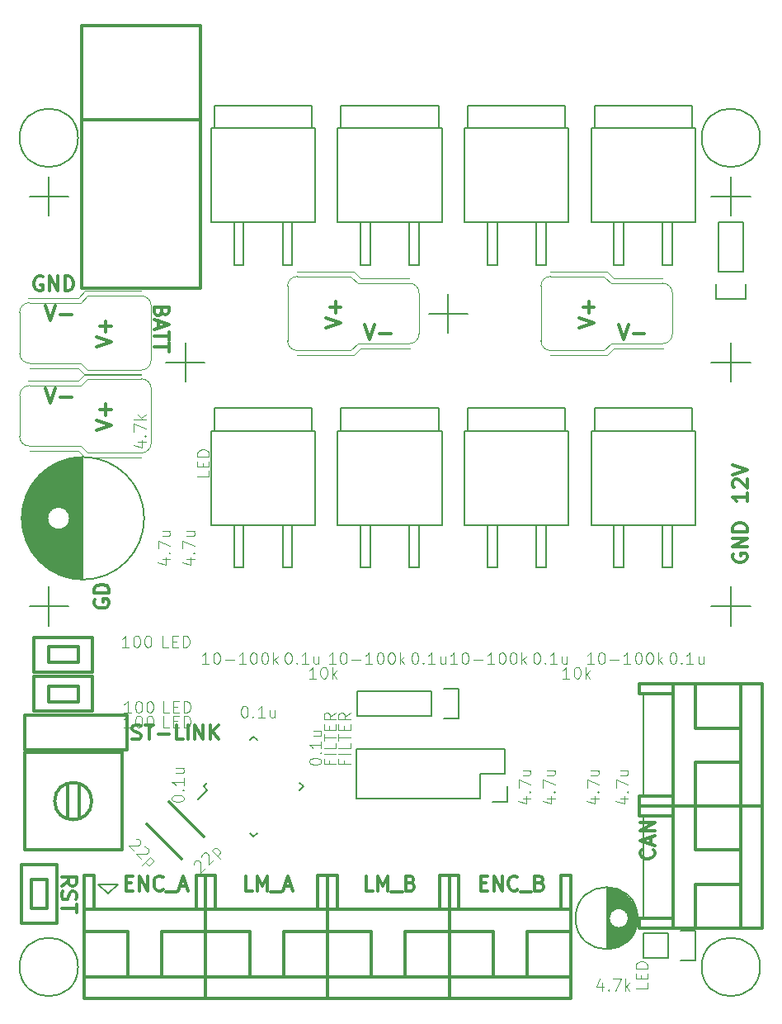
<source format=gbr>
G04 #@! TF.FileFunction,Legend,Top*
%FSLAX46Y46*%
G04 Gerber Fmt 4.6, Leading zero omitted, Abs format (unit mm)*
G04 Created by KiCad (PCBNEW 4.0.5) date 01/02/17 19:42:22*
%MOMM*%
%LPD*%
G01*
G04 APERTURE LIST*
%ADD10C,0.100000*%
%ADD11C,0.300000*%
%ADD12C,0.200000*%
%ADD13C,0.150000*%
%ADD14C,0.101600*%
%ADD15C,0.304800*%
G04 APERTURE END LIST*
D10*
D11*
X14607143Y-22821429D02*
X14535714Y-23035715D01*
X14464286Y-23107143D01*
X14321429Y-23178572D01*
X14107143Y-23178572D01*
X13964286Y-23107143D01*
X13892857Y-23035715D01*
X13821429Y-22892857D01*
X13821429Y-22321429D01*
X15321429Y-22321429D01*
X15321429Y-22821429D01*
X15250000Y-22964286D01*
X15178571Y-23035715D01*
X15035714Y-23107143D01*
X14892857Y-23107143D01*
X14750000Y-23035715D01*
X14678571Y-22964286D01*
X14607143Y-22821429D01*
X14607143Y-22321429D01*
X14250000Y-23750000D02*
X14250000Y-24464286D01*
X13821429Y-23607143D02*
X15321429Y-24107143D01*
X13821429Y-24607143D01*
X15321429Y-24892857D02*
X15321429Y-25750000D01*
X13821429Y-25321429D02*
X15321429Y-25321429D01*
X15321429Y-26035714D02*
X15321429Y-26892857D01*
X13821429Y-26464286D02*
X15321429Y-26464286D01*
X2357143Y-19250000D02*
X2214286Y-19178571D01*
X2000000Y-19178571D01*
X1785715Y-19250000D01*
X1642857Y-19392857D01*
X1571429Y-19535714D01*
X1500000Y-19821429D01*
X1500000Y-20035714D01*
X1571429Y-20321429D01*
X1642857Y-20464286D01*
X1785715Y-20607143D01*
X2000000Y-20678571D01*
X2142857Y-20678571D01*
X2357143Y-20607143D01*
X2428572Y-20535714D01*
X2428572Y-20035714D01*
X2142857Y-20035714D01*
X3071429Y-20678571D02*
X3071429Y-19178571D01*
X3928572Y-20678571D01*
X3928572Y-19178571D01*
X4642858Y-20678571D02*
X4642858Y-19178571D01*
X5000001Y-19178571D01*
X5214286Y-19250000D01*
X5357144Y-19392857D01*
X5428572Y-19535714D01*
X5500001Y-19821429D01*
X5500001Y-20035714D01*
X5428572Y-20321429D01*
X5357144Y-20464286D01*
X5214286Y-20607143D01*
X5000001Y-20678571D01*
X4642858Y-20678571D01*
X74678571Y-41428571D02*
X74678571Y-42285714D01*
X74678571Y-41857142D02*
X73178571Y-41857142D01*
X73392857Y-41999999D01*
X73535714Y-42142857D01*
X73607143Y-42285714D01*
X73321429Y-40857143D02*
X73250000Y-40785714D01*
X73178571Y-40642857D01*
X73178571Y-40285714D01*
X73250000Y-40142857D01*
X73321429Y-40071428D01*
X73464286Y-40000000D01*
X73607143Y-40000000D01*
X73821429Y-40071428D01*
X74678571Y-40928571D01*
X74678571Y-40000000D01*
X73178571Y-39571429D02*
X74678571Y-39071429D01*
X73178571Y-38571429D01*
X73250000Y-47642857D02*
X73178571Y-47785714D01*
X73178571Y-48000000D01*
X73250000Y-48214285D01*
X73392857Y-48357143D01*
X73535714Y-48428571D01*
X73821429Y-48500000D01*
X74035714Y-48500000D01*
X74321429Y-48428571D01*
X74464286Y-48357143D01*
X74607143Y-48214285D01*
X74678571Y-48000000D01*
X74678571Y-47857143D01*
X74607143Y-47642857D01*
X74535714Y-47571428D01*
X74035714Y-47571428D01*
X74035714Y-47857143D01*
X74678571Y-46928571D02*
X73178571Y-46928571D01*
X74678571Y-46071428D01*
X73178571Y-46071428D01*
X74678571Y-45357142D02*
X73178571Y-45357142D01*
X73178571Y-44999999D01*
X73250000Y-44785714D01*
X73392857Y-44642856D01*
X73535714Y-44571428D01*
X73821429Y-44499999D01*
X74035714Y-44499999D01*
X74321429Y-44571428D01*
X74464286Y-44642856D01*
X74607143Y-44785714D01*
X74678571Y-44999999D01*
X74678571Y-45357142D01*
D12*
X73000000Y-26000000D02*
X73000000Y-30000000D01*
X71000000Y-28000000D02*
X75000000Y-28000000D01*
X17000000Y-26000000D02*
X17000000Y-30000000D01*
X15000000Y-28000000D02*
X19000000Y-28000000D01*
X46000000Y-23000000D02*
X42000000Y-23000000D01*
X44000000Y-25000000D02*
X44000000Y-21000000D01*
X5000000Y-11000000D02*
X1000000Y-11000000D01*
X3000000Y-9000000D02*
X3000000Y-13000000D01*
X5000000Y-53000000D02*
X1000000Y-53000000D01*
X3000000Y-51000000D02*
X3000000Y-55000000D01*
X75000000Y-53000000D02*
X71000000Y-53000000D01*
X73000000Y-51000000D02*
X73000000Y-55000000D01*
X73000000Y-9000000D02*
X73000000Y-13000000D01*
X71000000Y-11000000D02*
X75000000Y-11000000D01*
D11*
X65035714Y-77964285D02*
X65107143Y-78035714D01*
X65178571Y-78250000D01*
X65178571Y-78392857D01*
X65107143Y-78607142D01*
X64964286Y-78750000D01*
X64821429Y-78821428D01*
X64535714Y-78892857D01*
X64321429Y-78892857D01*
X64035714Y-78821428D01*
X63892857Y-78750000D01*
X63750000Y-78607142D01*
X63678571Y-78392857D01*
X63678571Y-78250000D01*
X63750000Y-78035714D01*
X63821429Y-77964285D01*
X64750000Y-77392857D02*
X64750000Y-76678571D01*
X65178571Y-77535714D02*
X63678571Y-77035714D01*
X65178571Y-76535714D01*
X65178571Y-76035714D02*
X63678571Y-76035714D01*
X65178571Y-75178571D01*
X63678571Y-75178571D01*
X4321429Y-81678572D02*
X5035714Y-81178572D01*
X4321429Y-80821429D02*
X5821429Y-80821429D01*
X5821429Y-81392857D01*
X5750000Y-81535715D01*
X5678571Y-81607143D01*
X5535714Y-81678572D01*
X5321429Y-81678572D01*
X5178571Y-81607143D01*
X5107143Y-81535715D01*
X5035714Y-81392857D01*
X5035714Y-80821429D01*
X4392857Y-82250000D02*
X4321429Y-82464286D01*
X4321429Y-82821429D01*
X4392857Y-82964286D01*
X4464286Y-83035715D01*
X4607143Y-83107143D01*
X4750000Y-83107143D01*
X4892857Y-83035715D01*
X4964286Y-82964286D01*
X5035714Y-82821429D01*
X5107143Y-82535715D01*
X5178571Y-82392857D01*
X5250000Y-82321429D01*
X5392857Y-82250000D01*
X5535714Y-82250000D01*
X5678571Y-82321429D01*
X5750000Y-82392857D01*
X5821429Y-82535715D01*
X5821429Y-82892857D01*
X5750000Y-83107143D01*
X5821429Y-83535714D02*
X5821429Y-84392857D01*
X4321429Y-83964286D02*
X5821429Y-83964286D01*
X11571428Y-66607143D02*
X11785714Y-66678571D01*
X12142857Y-66678571D01*
X12285714Y-66607143D01*
X12357143Y-66535714D01*
X12428571Y-66392857D01*
X12428571Y-66250000D01*
X12357143Y-66107143D01*
X12285714Y-66035714D01*
X12142857Y-65964286D01*
X11857143Y-65892857D01*
X11714285Y-65821429D01*
X11642857Y-65750000D01*
X11571428Y-65607143D01*
X11571428Y-65464286D01*
X11642857Y-65321429D01*
X11714285Y-65250000D01*
X11857143Y-65178571D01*
X12214285Y-65178571D01*
X12428571Y-65250000D01*
X12857142Y-65178571D02*
X13714285Y-65178571D01*
X13285714Y-66678571D02*
X13285714Y-65178571D01*
X14214285Y-66107143D02*
X15357142Y-66107143D01*
X16785714Y-66678571D02*
X16071428Y-66678571D01*
X16071428Y-65178571D01*
X17285714Y-66678571D02*
X17285714Y-65178571D01*
X18000000Y-66678571D02*
X18000000Y-65178571D01*
X18857143Y-66678571D01*
X18857143Y-65178571D01*
X19571429Y-66678571D02*
X19571429Y-65178571D01*
X20428572Y-66678571D02*
X19785715Y-65821429D01*
X20428572Y-65178571D02*
X19571429Y-66035714D01*
D12*
X64000000Y-74500000D02*
X64000000Y-85000000D01*
X64000000Y-62000000D02*
X64000000Y-72500000D01*
D11*
X7750000Y-52357143D02*
X7678571Y-52500000D01*
X7678571Y-52714286D01*
X7750000Y-52928571D01*
X7892857Y-53071429D01*
X8035714Y-53142857D01*
X8321429Y-53214286D01*
X8535714Y-53214286D01*
X8821429Y-53142857D01*
X8964286Y-53071429D01*
X9107143Y-52928571D01*
X9178571Y-52714286D01*
X9178571Y-52571429D01*
X9107143Y-52357143D01*
X9035714Y-52285714D01*
X8535714Y-52285714D01*
X8535714Y-52571429D01*
X9178571Y-51642857D02*
X7678571Y-51642857D01*
X7678571Y-51285714D01*
X7750000Y-51071429D01*
X7892857Y-50928571D01*
X8035714Y-50857143D01*
X8321429Y-50785714D01*
X8535714Y-50785714D01*
X8821429Y-50857143D01*
X8964286Y-50928571D01*
X9107143Y-51071429D01*
X9178571Y-51285714D01*
X9178571Y-51642857D01*
D12*
X10100000Y-81500000D02*
X8100000Y-81500000D01*
X9100000Y-82500000D02*
X10100000Y-81500000D01*
X8100000Y-81500000D02*
X9100000Y-82500000D01*
D11*
X10928572Y-81392857D02*
X11428572Y-81392857D01*
X11642858Y-82178571D02*
X10928572Y-82178571D01*
X10928572Y-80678571D01*
X11642858Y-80678571D01*
X12285715Y-82178571D02*
X12285715Y-80678571D01*
X13142858Y-82178571D01*
X13142858Y-80678571D01*
X14714287Y-82035714D02*
X14642858Y-82107143D01*
X14428572Y-82178571D01*
X14285715Y-82178571D01*
X14071430Y-82107143D01*
X13928572Y-81964286D01*
X13857144Y-81821429D01*
X13785715Y-81535714D01*
X13785715Y-81321429D01*
X13857144Y-81035714D01*
X13928572Y-80892857D01*
X14071430Y-80750000D01*
X14285715Y-80678571D01*
X14428572Y-80678571D01*
X14642858Y-80750000D01*
X14714287Y-80821429D01*
X15000001Y-82321429D02*
X16142858Y-82321429D01*
X16428572Y-81750000D02*
X17142858Y-81750000D01*
X16285715Y-82178571D02*
X16785715Y-80678571D01*
X17285715Y-82178571D01*
X47321429Y-81392857D02*
X47821429Y-81392857D01*
X48035715Y-82178571D02*
X47321429Y-82178571D01*
X47321429Y-80678571D01*
X48035715Y-80678571D01*
X48678572Y-82178571D02*
X48678572Y-80678571D01*
X49535715Y-82178571D01*
X49535715Y-80678571D01*
X51107144Y-82035714D02*
X51035715Y-82107143D01*
X50821429Y-82178571D01*
X50678572Y-82178571D01*
X50464287Y-82107143D01*
X50321429Y-81964286D01*
X50250001Y-81821429D01*
X50178572Y-81535714D01*
X50178572Y-81321429D01*
X50250001Y-81035714D01*
X50321429Y-80892857D01*
X50464287Y-80750000D01*
X50678572Y-80678571D01*
X50821429Y-80678571D01*
X51035715Y-80750000D01*
X51107144Y-80821429D01*
X51392858Y-82321429D02*
X52535715Y-82321429D01*
X53392858Y-81392857D02*
X53607144Y-81464286D01*
X53678572Y-81535714D01*
X53750001Y-81678571D01*
X53750001Y-81892857D01*
X53678572Y-82035714D01*
X53607144Y-82107143D01*
X53464286Y-82178571D01*
X52892858Y-82178571D01*
X52892858Y-80678571D01*
X53392858Y-80678571D01*
X53535715Y-80750000D01*
X53607144Y-80821429D01*
X53678572Y-80964286D01*
X53678572Y-81107143D01*
X53607144Y-81250000D01*
X53535715Y-81321429D01*
X53392858Y-81392857D01*
X52892858Y-81392857D01*
X36285715Y-82178571D02*
X35571429Y-82178571D01*
X35571429Y-80678571D01*
X36785715Y-82178571D02*
X36785715Y-80678571D01*
X37285715Y-81750000D01*
X37785715Y-80678571D01*
X37785715Y-82178571D01*
X38142858Y-82321429D02*
X39285715Y-82321429D01*
X40142858Y-81392857D02*
X40357144Y-81464286D01*
X40428572Y-81535714D01*
X40500001Y-81678571D01*
X40500001Y-81892857D01*
X40428572Y-82035714D01*
X40357144Y-82107143D01*
X40214286Y-82178571D01*
X39642858Y-82178571D01*
X39642858Y-80678571D01*
X40142858Y-80678571D01*
X40285715Y-80750000D01*
X40357144Y-80821429D01*
X40428572Y-80964286D01*
X40428572Y-81107143D01*
X40357144Y-81250000D01*
X40285715Y-81321429D01*
X40142858Y-81392857D01*
X39642858Y-81392857D01*
X23892858Y-82178571D02*
X23178572Y-82178571D01*
X23178572Y-80678571D01*
X24392858Y-82178571D02*
X24392858Y-80678571D01*
X24892858Y-81750000D01*
X25392858Y-80678571D01*
X25392858Y-82178571D01*
X25750001Y-82321429D02*
X26892858Y-82321429D01*
X27178572Y-81750000D02*
X27892858Y-81750000D01*
X27035715Y-82178571D02*
X27535715Y-80678571D01*
X28035715Y-82178571D01*
D12*
X6000000Y-90000000D02*
G75*
G03X6000000Y-90000000I-3000000J0D01*
G01*
X76000000Y-90000000D02*
G75*
G03X76000000Y-90000000I-3000000J0D01*
G01*
X76000000Y-5000000D02*
G75*
G03X76000000Y-5000000I-3000000J0D01*
G01*
X6000000Y-5000000D02*
G75*
G03X6000000Y-5000000I-3000000J0D01*
G01*
D13*
X6425000Y-50250000D02*
X6425000Y-37750000D01*
X6285000Y-50246000D02*
X6285000Y-37754000D01*
X6145000Y-50240000D02*
X6145000Y-37760000D01*
X6005000Y-50230000D02*
X6005000Y-37770000D01*
X5865000Y-50218000D02*
X5865000Y-37782000D01*
X5725000Y-50202000D02*
X5725000Y-37798000D01*
X5585000Y-50183000D02*
X5585000Y-37817000D01*
X5445000Y-50160000D02*
X5445000Y-37840000D01*
X5305000Y-50135000D02*
X5305000Y-37865000D01*
X5165000Y-50106000D02*
X5165000Y-37894000D01*
X5025000Y-50073000D02*
X5025000Y-44521000D01*
X5025000Y-43479000D02*
X5025000Y-37927000D01*
X4885000Y-50038000D02*
X4885000Y-44734000D01*
X4885000Y-43266000D02*
X4885000Y-37962000D01*
X4745000Y-49999000D02*
X4745000Y-44876000D01*
X4745000Y-43124000D02*
X4745000Y-38001000D01*
X4605000Y-49956000D02*
X4605000Y-44978000D01*
X4605000Y-43022000D02*
X4605000Y-38044000D01*
X4465000Y-49909000D02*
X4465000Y-45052000D01*
X4465000Y-42948000D02*
X4465000Y-38091000D01*
X4325000Y-49859000D02*
X4325000Y-45103000D01*
X4325000Y-42897000D02*
X4325000Y-38141000D01*
X4185000Y-49805000D02*
X4185000Y-45135000D01*
X4185000Y-42865000D02*
X4185000Y-38195000D01*
X4045000Y-49748000D02*
X4045000Y-45149000D01*
X4045000Y-42851000D02*
X4045000Y-38252000D01*
X3905000Y-49686000D02*
X3905000Y-45146000D01*
X3905000Y-42854000D02*
X3905000Y-38314000D01*
X3765000Y-49620000D02*
X3765000Y-45126000D01*
X3765000Y-42874000D02*
X3765000Y-38380000D01*
X3625000Y-49549000D02*
X3625000Y-45087000D01*
X3625000Y-42913000D02*
X3625000Y-38451000D01*
X3485000Y-49475000D02*
X3485000Y-45028000D01*
X3485000Y-42972000D02*
X3485000Y-38525000D01*
X3345000Y-49395000D02*
X3345000Y-44945000D01*
X3345000Y-43055000D02*
X3345000Y-38605000D01*
X3205000Y-49311000D02*
X3205000Y-44831000D01*
X3205000Y-43169000D02*
X3205000Y-38689000D01*
X3065000Y-49221000D02*
X3065000Y-44670000D01*
X3065000Y-43330000D02*
X3065000Y-38779000D01*
X2925000Y-49127000D02*
X2925000Y-44409000D01*
X2925000Y-43591000D02*
X2925000Y-38873000D01*
X2785000Y-49026000D02*
X2785000Y-38974000D01*
X2645000Y-48919000D02*
X2645000Y-39081000D01*
X2505000Y-48807000D02*
X2505000Y-39193000D01*
X2365000Y-48687000D02*
X2365000Y-39313000D01*
X2225000Y-48559000D02*
X2225000Y-39441000D01*
X2085000Y-48424000D02*
X2085000Y-39576000D01*
X1945000Y-48280000D02*
X1945000Y-39720000D01*
X1805000Y-48125000D02*
X1805000Y-39875000D01*
X1665000Y-47960000D02*
X1665000Y-40040000D01*
X1525000Y-47783000D02*
X1525000Y-40217000D01*
X1385000Y-47592000D02*
X1385000Y-40408000D01*
X1245000Y-47383000D02*
X1245000Y-40617000D01*
X1105000Y-47155000D02*
X1105000Y-40845000D01*
X965000Y-46903000D02*
X965000Y-41097000D01*
X825000Y-46619000D02*
X825000Y-41381000D01*
X685000Y-46291000D02*
X685000Y-41709000D01*
X545000Y-45897000D02*
X545000Y-42103000D01*
X405000Y-45383000D02*
X405000Y-42617000D01*
X265000Y-44433000D02*
X265000Y-43567000D01*
X5150000Y-44000000D02*
G75*
G03X5150000Y-44000000I-1150000J0D01*
G01*
X12787500Y-44000000D02*
G75*
G03X12787500Y-44000000I-6287500J0D01*
G01*
X18873476Y-71500000D02*
X19244707Y-71871231D01*
X24000000Y-66373476D02*
X24371231Y-66744707D01*
X29126524Y-71500000D02*
X28755293Y-71128769D01*
X24000000Y-76626524D02*
X23628769Y-76255293D01*
X18873476Y-71500000D02*
X19244707Y-71128769D01*
X24000000Y-76626524D02*
X24371231Y-76255293D01*
X29126524Y-71500000D02*
X28755293Y-71871231D01*
X24000000Y-66373476D02*
X23628769Y-66744707D01*
X19244707Y-71871231D02*
X18272435Y-72843503D01*
X60325000Y-81851000D02*
X60325000Y-88149000D01*
X60465000Y-81857000D02*
X60465000Y-88143000D01*
X60605000Y-81870000D02*
X60605000Y-84554000D01*
X60605000Y-85446000D02*
X60605000Y-88130000D01*
X60745000Y-81889000D02*
X60745000Y-84344000D01*
X60745000Y-85656000D02*
X60745000Y-88111000D01*
X60885000Y-81915000D02*
X60885000Y-84211000D01*
X60885000Y-85789000D02*
X60885000Y-88085000D01*
X61025000Y-81947000D02*
X61025000Y-84120000D01*
X61025000Y-85880000D02*
X61025000Y-88053000D01*
X61165000Y-81986000D02*
X61165000Y-84058000D01*
X61165000Y-85942000D02*
X61165000Y-88014000D01*
X61305000Y-82032000D02*
X61305000Y-84019000D01*
X61305000Y-85981000D02*
X61305000Y-87968000D01*
X61445000Y-82085000D02*
X61445000Y-84002000D01*
X61445000Y-85998000D02*
X61445000Y-87915000D01*
X61585000Y-82147000D02*
X61585000Y-84004000D01*
X61585000Y-85996000D02*
X61585000Y-87853000D01*
X61725000Y-82217000D02*
X61725000Y-84026000D01*
X61725000Y-85974000D02*
X61725000Y-87783000D01*
X61865000Y-82296000D02*
X61865000Y-84069000D01*
X61865000Y-85931000D02*
X61865000Y-87704000D01*
X62005000Y-82384000D02*
X62005000Y-84137000D01*
X62005000Y-85863000D02*
X62005000Y-87616000D01*
X62145000Y-82484000D02*
X62145000Y-84236000D01*
X62145000Y-85764000D02*
X62145000Y-87516000D01*
X62285000Y-82596000D02*
X62285000Y-84381000D01*
X62285000Y-85619000D02*
X62285000Y-87404000D01*
X62425000Y-82721000D02*
X62425000Y-84620000D01*
X62425000Y-85380000D02*
X62425000Y-87279000D01*
X62565000Y-82864000D02*
X62565000Y-87136000D01*
X62705000Y-83026000D02*
X62705000Y-86974000D01*
X62845000Y-83214000D02*
X62845000Y-86786000D01*
X62985000Y-83437000D02*
X62985000Y-86563000D01*
X63125000Y-83713000D02*
X63125000Y-86287000D01*
X63265000Y-84088000D02*
X63265000Y-85912000D01*
X62500000Y-85000000D02*
G75*
G03X62500000Y-85000000I-1000000J0D01*
G01*
X63437500Y-85000000D02*
G75*
G03X63437500Y-85000000I-3187500J0D01*
G01*
X66530000Y-89070000D02*
X63990000Y-89070000D01*
X69350000Y-89350000D02*
X67800000Y-89350000D01*
X66530000Y-89070000D02*
X66530000Y-86530000D01*
X67800000Y-86250000D02*
X69350000Y-86250000D01*
X69350000Y-86250000D02*
X69350000Y-89350000D01*
X66530000Y-86530000D02*
X63990000Y-86530000D01*
X63990000Y-86530000D02*
X63990000Y-89070000D01*
X42230000Y-64270000D02*
X34610000Y-64270000D01*
X42230000Y-61730000D02*
X34610000Y-61730000D01*
X45050000Y-61450000D02*
X43500000Y-61450000D01*
X34610000Y-64270000D02*
X34610000Y-61730000D01*
X42230000Y-61730000D02*
X42230000Y-64270000D01*
X43500000Y-64550000D02*
X45050000Y-64550000D01*
X45050000Y-64550000D02*
X45050000Y-61450000D01*
X32996200Y-4027700D02*
X32996200Y-1665500D01*
X32996200Y-1665500D02*
X43003800Y-1665500D01*
X43003800Y-1665500D02*
X43003800Y-4027700D01*
X40997200Y-18010400D02*
X40997200Y-13679700D01*
X39993900Y-18010400D02*
X40997200Y-18010400D01*
X39993900Y-13679700D02*
X39993900Y-18010400D01*
X35002800Y-13679700D02*
X35002800Y-18010400D01*
X35002800Y-18010400D02*
X36006100Y-18010400D01*
X36006100Y-18010400D02*
X36006100Y-13679700D01*
X32653300Y-4027700D02*
X43346700Y-4027700D01*
X43346700Y-4027700D02*
X43346700Y-13679700D01*
X43346700Y-13679700D02*
X32653300Y-13679700D01*
X32653300Y-13679700D02*
X32653300Y-4027700D01*
X32996200Y-35027700D02*
X32996200Y-32665500D01*
X32996200Y-32665500D02*
X43003800Y-32665500D01*
X43003800Y-32665500D02*
X43003800Y-35027700D01*
X40997200Y-49010400D02*
X40997200Y-44679700D01*
X39993900Y-49010400D02*
X40997200Y-49010400D01*
X39993900Y-44679700D02*
X39993900Y-49010400D01*
X35002800Y-44679700D02*
X35002800Y-49010400D01*
X35002800Y-49010400D02*
X36006100Y-49010400D01*
X36006100Y-49010400D02*
X36006100Y-44679700D01*
X32653300Y-35027700D02*
X43346700Y-35027700D01*
X43346700Y-35027700D02*
X43346700Y-44679700D01*
X43346700Y-44679700D02*
X32653300Y-44679700D01*
X32653300Y-44679700D02*
X32653300Y-35027700D01*
X19996200Y-4027700D02*
X19996200Y-1665500D01*
X19996200Y-1665500D02*
X30003800Y-1665500D01*
X30003800Y-1665500D02*
X30003800Y-4027700D01*
X27997200Y-18010400D02*
X27997200Y-13679700D01*
X26993900Y-18010400D02*
X27997200Y-18010400D01*
X26993900Y-13679700D02*
X26993900Y-18010400D01*
X22002800Y-13679700D02*
X22002800Y-18010400D01*
X22002800Y-18010400D02*
X23006100Y-18010400D01*
X23006100Y-18010400D02*
X23006100Y-13679700D01*
X19653300Y-4027700D02*
X30346700Y-4027700D01*
X30346700Y-4027700D02*
X30346700Y-13679700D01*
X30346700Y-13679700D02*
X19653300Y-13679700D01*
X19653300Y-13679700D02*
X19653300Y-4027700D01*
X19996200Y-35027700D02*
X19996200Y-32665500D01*
X19996200Y-32665500D02*
X30003800Y-32665500D01*
X30003800Y-32665500D02*
X30003800Y-35027700D01*
X27997200Y-49010400D02*
X27997200Y-44679700D01*
X26993900Y-49010400D02*
X27997200Y-49010400D01*
X26993900Y-44679700D02*
X26993900Y-49010400D01*
X22002800Y-44679700D02*
X22002800Y-49010400D01*
X22002800Y-49010400D02*
X23006100Y-49010400D01*
X23006100Y-49010400D02*
X23006100Y-44679700D01*
X19653300Y-35027700D02*
X30346700Y-35027700D01*
X30346700Y-35027700D02*
X30346700Y-44679700D01*
X30346700Y-44679700D02*
X19653300Y-44679700D01*
X19653300Y-44679700D02*
X19653300Y-35027700D01*
X58996200Y-4027700D02*
X58996200Y-1665500D01*
X58996200Y-1665500D02*
X69003800Y-1665500D01*
X69003800Y-1665500D02*
X69003800Y-4027700D01*
X66997200Y-18010400D02*
X66997200Y-13679700D01*
X65993900Y-18010400D02*
X66997200Y-18010400D01*
X65993900Y-13679700D02*
X65993900Y-18010400D01*
X61002800Y-13679700D02*
X61002800Y-18010400D01*
X61002800Y-18010400D02*
X62006100Y-18010400D01*
X62006100Y-18010400D02*
X62006100Y-13679700D01*
X58653300Y-4027700D02*
X69346700Y-4027700D01*
X69346700Y-4027700D02*
X69346700Y-13679700D01*
X69346700Y-13679700D02*
X58653300Y-13679700D01*
X58653300Y-13679700D02*
X58653300Y-4027700D01*
X58996200Y-35027700D02*
X58996200Y-32665500D01*
X58996200Y-32665500D02*
X69003800Y-32665500D01*
X69003800Y-32665500D02*
X69003800Y-35027700D01*
X66997200Y-49010400D02*
X66997200Y-44679700D01*
X65993900Y-49010400D02*
X66997200Y-49010400D01*
X65993900Y-44679700D02*
X65993900Y-49010400D01*
X61002800Y-44679700D02*
X61002800Y-49010400D01*
X61002800Y-49010400D02*
X62006100Y-49010400D01*
X62006100Y-49010400D02*
X62006100Y-44679700D01*
X58653300Y-35027700D02*
X69346700Y-35027700D01*
X69346700Y-35027700D02*
X69346700Y-44679700D01*
X69346700Y-44679700D02*
X58653300Y-44679700D01*
X58653300Y-44679700D02*
X58653300Y-35027700D01*
X45996200Y-4027700D02*
X45996200Y-1665500D01*
X45996200Y-1665500D02*
X56003800Y-1665500D01*
X56003800Y-1665500D02*
X56003800Y-4027700D01*
X53997200Y-18010400D02*
X53997200Y-13679700D01*
X52993900Y-18010400D02*
X53997200Y-18010400D01*
X52993900Y-13679700D02*
X52993900Y-18010400D01*
X48002800Y-13679700D02*
X48002800Y-18010400D01*
X48002800Y-18010400D02*
X49006100Y-18010400D01*
X49006100Y-18010400D02*
X49006100Y-13679700D01*
X45653300Y-4027700D02*
X56346700Y-4027700D01*
X56346700Y-4027700D02*
X56346700Y-13679700D01*
X56346700Y-13679700D02*
X45653300Y-13679700D01*
X45653300Y-13679700D02*
X45653300Y-4027700D01*
X45996200Y-35027700D02*
X45996200Y-32665500D01*
X45996200Y-32665500D02*
X56003800Y-32665500D01*
X56003800Y-32665500D02*
X56003800Y-35027700D01*
X53997200Y-49010400D02*
X53997200Y-44679700D01*
X52993900Y-49010400D02*
X53997200Y-49010400D01*
X52993900Y-44679700D02*
X52993900Y-49010400D01*
X48002800Y-44679700D02*
X48002800Y-49010400D01*
X48002800Y-49010400D02*
X49006100Y-49010400D01*
X49006100Y-49010400D02*
X49006100Y-44679700D01*
X45653300Y-35027700D02*
X56346700Y-35027700D01*
X56346700Y-35027700D02*
X56346700Y-44679700D01*
X56346700Y-44679700D02*
X45653300Y-44679700D01*
X45653300Y-44679700D02*
X45653300Y-35027700D01*
X34530000Y-67690000D02*
X49770000Y-67690000D01*
X47230000Y-72770000D02*
X34530000Y-72770000D01*
X34530000Y-67690000D02*
X34530000Y-72770000D01*
X49770000Y-67690000D02*
X49770000Y-70230000D01*
X48500000Y-73050000D02*
X50050000Y-73050000D01*
X49770000Y-70230000D02*
X47230000Y-70230000D01*
X47230000Y-70230000D02*
X47230000Y-72770000D01*
X50050000Y-73050000D02*
X50050000Y-71500000D01*
X71450000Y-20000000D02*
X71450000Y-21550000D01*
X71450000Y-21550000D02*
X74550000Y-21550000D01*
X74550000Y-21550000D02*
X74550000Y-20000000D01*
X71730000Y-18730000D02*
X71730000Y-13650000D01*
X71730000Y-13650000D02*
X74270000Y-13650000D01*
X74270000Y-13650000D02*
X74270000Y-18730000D01*
X74270000Y-18730000D02*
X71730000Y-18730000D01*
D11*
X2800000Y-84000000D02*
X2800000Y-81000000D01*
X2800000Y-81000000D02*
X1200000Y-81000000D01*
X1200000Y-81000000D02*
X1200000Y-84000000D01*
X1200000Y-84000000D02*
X2800000Y-84000000D01*
X3800000Y-85500000D02*
X3800000Y-79500000D01*
X3800000Y-79500000D02*
X200000Y-79500000D01*
X200000Y-79500000D02*
X200000Y-85500000D01*
X200000Y-85500000D02*
X3800000Y-85500000D01*
X3000000Y-58800000D02*
X6000000Y-58800000D01*
X6000000Y-58800000D02*
X6000000Y-57200000D01*
X6000000Y-57200000D02*
X3000000Y-57200000D01*
X3000000Y-57200000D02*
X3000000Y-58800000D01*
X1500000Y-59800000D02*
X7500000Y-59800000D01*
X7500000Y-59800000D02*
X7500000Y-56200000D01*
X7500000Y-56200000D02*
X1500000Y-56200000D01*
X1500000Y-56200000D02*
X1500000Y-59800000D01*
X3000000Y-62800000D02*
X6000000Y-62800000D01*
X6000000Y-62800000D02*
X6000000Y-61200000D01*
X6000000Y-61200000D02*
X3000000Y-61200000D01*
X3000000Y-61200000D02*
X3000000Y-62800000D01*
X1500000Y-63800000D02*
X7500000Y-63800000D01*
X7500000Y-63800000D02*
X7500000Y-60200000D01*
X7500000Y-60200000D02*
X1500000Y-60200000D01*
X1500000Y-60200000D02*
X1500000Y-63800000D01*
X500000Y-64200000D02*
X11000000Y-64200000D01*
X11000000Y-64200000D02*
X11000000Y-67700000D01*
X11000000Y-67700000D02*
X500000Y-67700000D01*
X500000Y-67700000D02*
X500000Y-64200000D01*
X7400000Y-73000000D02*
G75*
G03X7400000Y-73000000I-1900000J0D01*
G01*
X6100000Y-74800000D02*
X6100000Y-71300000D01*
X4900000Y-74800000D02*
X4900000Y-71200000D01*
X500000Y-78000000D02*
X500000Y-68000000D01*
X500000Y-68000000D02*
X10500000Y-68000000D01*
X10500000Y-68000000D02*
X10500000Y-78000000D01*
X10500000Y-78000000D02*
X500000Y-78000000D01*
X13100862Y-75363604D02*
X16636396Y-78899138D01*
X15363604Y-73100862D02*
X18899138Y-76636396D01*
X19100000Y-93200000D02*
X6600000Y-93200000D01*
X19100000Y-80600000D02*
X19100000Y-93200000D01*
X18100000Y-84100000D02*
X18100000Y-80600000D01*
X18100000Y-80600000D02*
X19100000Y-80600000D01*
X6600000Y-84100000D02*
X19100000Y-84100000D01*
X14600000Y-86400000D02*
X14600000Y-91000000D01*
X14600000Y-86400000D02*
X19100000Y-86400000D01*
X11100000Y-91000000D02*
X11100000Y-86400000D01*
X11100000Y-86400000D02*
X6600000Y-86400000D01*
X6600000Y-91000000D02*
X19100000Y-91000000D01*
X6600000Y-80600000D02*
X6600000Y-93200000D01*
X6600000Y-80600000D02*
X7600000Y-80600000D01*
X7600000Y-80600000D02*
X7600000Y-84100000D01*
X6400000Y-3100000D02*
X18600000Y-3100000D01*
X6400000Y-20400000D02*
X6400000Y6500000D01*
X6400000Y6500000D02*
X18600000Y6500000D01*
X18600000Y6500000D02*
X18600000Y-20400000D01*
X18600000Y-20400000D02*
X6400000Y-20400000D01*
X31600000Y-93200000D02*
X19100000Y-93200000D01*
X31600000Y-80600000D02*
X31600000Y-93200000D01*
X30600000Y-84100000D02*
X30600000Y-80600000D01*
X30600000Y-80600000D02*
X31600000Y-80600000D01*
X19100000Y-84100000D02*
X31600000Y-84100000D01*
X27100000Y-86400000D02*
X27100000Y-91000000D01*
X27100000Y-86400000D02*
X31600000Y-86400000D01*
X23600000Y-91000000D02*
X23600000Y-86400000D01*
X23600000Y-86400000D02*
X19100000Y-86400000D01*
X19100000Y-91000000D02*
X31600000Y-91000000D01*
X19100000Y-80600000D02*
X19100000Y-93200000D01*
X19100000Y-80600000D02*
X20100000Y-80600000D01*
X20100000Y-80600000D02*
X20100000Y-84100000D01*
X44100000Y-93200000D02*
X31600000Y-93200000D01*
X44100000Y-80600000D02*
X44100000Y-93200000D01*
X43100000Y-84100000D02*
X43100000Y-80600000D01*
X43100000Y-80600000D02*
X44100000Y-80600000D01*
X31600000Y-84100000D02*
X44100000Y-84100000D01*
X39600000Y-86400000D02*
X39600000Y-91000000D01*
X39600000Y-86400000D02*
X44100000Y-86400000D01*
X36100000Y-91000000D02*
X36100000Y-86400000D01*
X36100000Y-86400000D02*
X31600000Y-86400000D01*
X31600000Y-91000000D02*
X44100000Y-91000000D01*
X31600000Y-80600000D02*
X31600000Y-93200000D01*
X31600000Y-80600000D02*
X32600000Y-80600000D01*
X32600000Y-80600000D02*
X32600000Y-84100000D01*
X56600000Y-93200000D02*
X44100000Y-93200000D01*
X56600000Y-80600000D02*
X56600000Y-93200000D01*
X55600000Y-84100000D02*
X55600000Y-80600000D01*
X55600000Y-80600000D02*
X56600000Y-80600000D01*
X44100000Y-84100000D02*
X56600000Y-84100000D01*
X52100000Y-86400000D02*
X52100000Y-91000000D01*
X52100000Y-86400000D02*
X56600000Y-86400000D01*
X48600000Y-91000000D02*
X48600000Y-86400000D01*
X48600000Y-86400000D02*
X44100000Y-86400000D01*
X44100000Y-91000000D02*
X56600000Y-91000000D01*
X44100000Y-80600000D02*
X44100000Y-93200000D01*
X44100000Y-80600000D02*
X45100000Y-80600000D01*
X45100000Y-80600000D02*
X45100000Y-84100000D01*
X76200000Y-61000000D02*
X76200000Y-73500000D01*
X63600000Y-61000000D02*
X76200000Y-61000000D01*
X67100000Y-62000000D02*
X63600000Y-62000000D01*
X63600000Y-62000000D02*
X63600000Y-61000000D01*
X67100000Y-73500000D02*
X67100000Y-61000000D01*
X69400000Y-65500000D02*
X74000000Y-65500000D01*
X69400000Y-65500000D02*
X69400000Y-61000000D01*
X74000000Y-69000000D02*
X69400000Y-69000000D01*
X69400000Y-69000000D02*
X69400000Y-73500000D01*
X74000000Y-73500000D02*
X74000000Y-61000000D01*
X63600000Y-73500000D02*
X76200000Y-73500000D01*
X63600000Y-73500000D02*
X63600000Y-72500000D01*
X63600000Y-72500000D02*
X67100000Y-72500000D01*
X76200000Y-73500000D02*
X76200000Y-86000000D01*
X63600000Y-73500000D02*
X76200000Y-73500000D01*
X67100000Y-74500000D02*
X63600000Y-74500000D01*
X63600000Y-74500000D02*
X63600000Y-73500000D01*
X67100000Y-86000000D02*
X67100000Y-73500000D01*
X69400000Y-78000000D02*
X74000000Y-78000000D01*
X69400000Y-78000000D02*
X69400000Y-73500000D01*
X74000000Y-81500000D02*
X69400000Y-81500000D01*
X69400000Y-81500000D02*
X69400000Y-86000000D01*
X74000000Y-86000000D02*
X74000000Y-73500000D01*
X63600000Y-86000000D02*
X76200000Y-86000000D01*
X63600000Y-86000000D02*
X63600000Y-85000000D01*
X63600000Y-85000000D02*
X67100000Y-85000000D01*
D10*
X12500000Y-29300000D02*
X6700000Y-29300000D01*
X1000000Y-28600000D02*
X6000000Y-28600000D01*
X900000Y-21400000D02*
X6000000Y-21400000D01*
X12500000Y-20700000D02*
X6700000Y-20700000D01*
X12500000Y-21200000D02*
X7000000Y-21200000D01*
X13500000Y-27800000D02*
X13500000Y-22200000D01*
X7000000Y-28800000D02*
X12500000Y-28800000D01*
X1000000Y-28100000D02*
X6300000Y-28100000D01*
X1000000Y-21900000D02*
X6300000Y-21900000D01*
X0Y-27100000D02*
X0Y-22900000D01*
X0Y-27100000D02*
G75*
G03X1000000Y-28100000I1000000J0D01*
G01*
X1000000Y-21900000D02*
G75*
G03X0Y-22900000I0J-1000000D01*
G01*
X12500000Y-28800000D02*
G75*
G03X13500000Y-27800000I0J1000000D01*
G01*
X13500000Y-22200000D02*
G75*
G03X12500000Y-21200000I-1000000J0D01*
G01*
X6700000Y-20700000D02*
X6000000Y-21400000D01*
X6700000Y-29300000D02*
X6000000Y-28600000D01*
X7000000Y-28800000D02*
X6300000Y-28100000D01*
X7000000Y-21200000D02*
X6300000Y-21900000D01*
X12500000Y-37800000D02*
X6700000Y-37800000D01*
X1000000Y-37100000D02*
X6000000Y-37100000D01*
X900000Y-29900000D02*
X6000000Y-29900000D01*
X12500000Y-29200000D02*
X6700000Y-29200000D01*
X12500000Y-29700000D02*
X7000000Y-29700000D01*
X13500000Y-36300000D02*
X13500000Y-30700000D01*
X7000000Y-37300000D02*
X12500000Y-37300000D01*
X1000000Y-36600000D02*
X6300000Y-36600000D01*
X1000000Y-30400000D02*
X6300000Y-30400000D01*
X0Y-35600000D02*
X0Y-31400000D01*
X0Y-35600000D02*
G75*
G03X1000000Y-36600000I1000000J0D01*
G01*
X1000000Y-30400000D02*
G75*
G03X0Y-31400000I0J-1000000D01*
G01*
X12500000Y-37300000D02*
G75*
G03X13500000Y-36300000I0J1000000D01*
G01*
X13500000Y-30700000D02*
G75*
G03X12500000Y-29700000I-1000000J0D01*
G01*
X6700000Y-29200000D02*
X6000000Y-29900000D01*
X6700000Y-37800000D02*
X6000000Y-37100000D01*
X7000000Y-37300000D02*
X6300000Y-36600000D01*
X7000000Y-29700000D02*
X6300000Y-30400000D01*
X28500000Y-18700000D02*
X34300000Y-18700000D01*
X40000000Y-19400000D02*
X35000000Y-19400000D01*
X40100000Y-26600000D02*
X35000000Y-26600000D01*
X28500000Y-27300000D02*
X34300000Y-27300000D01*
X28500000Y-26800000D02*
X34000000Y-26800000D01*
X27500000Y-20200000D02*
X27500000Y-25800000D01*
X34000000Y-19200000D02*
X28500000Y-19200000D01*
X40000000Y-19900000D02*
X34700000Y-19900000D01*
X40000000Y-26100000D02*
X34700000Y-26100000D01*
X41000000Y-20900000D02*
X41000000Y-25100000D01*
X41000000Y-20900000D02*
G75*
G03X40000000Y-19900000I-1000000J0D01*
G01*
X40000000Y-26100000D02*
G75*
G03X41000000Y-25100000I0J1000000D01*
G01*
X28500000Y-19200000D02*
G75*
G03X27500000Y-20200000I0J-1000000D01*
G01*
X27500000Y-25800000D02*
G75*
G03X28500000Y-26800000I1000000J0D01*
G01*
X34300000Y-27300000D02*
X35000000Y-26600000D01*
X34300000Y-18700000D02*
X35000000Y-19400000D01*
X34000000Y-19200000D02*
X34700000Y-19900000D01*
X34000000Y-26800000D02*
X34700000Y-26100000D01*
X54500000Y-18700000D02*
X60300000Y-18700000D01*
X66000000Y-19400000D02*
X61000000Y-19400000D01*
X66100000Y-26600000D02*
X61000000Y-26600000D01*
X54500000Y-27300000D02*
X60300000Y-27300000D01*
X54500000Y-26800000D02*
X60000000Y-26800000D01*
X53500000Y-20200000D02*
X53500000Y-25800000D01*
X60000000Y-19200000D02*
X54500000Y-19200000D01*
X66000000Y-19900000D02*
X60700000Y-19900000D01*
X66000000Y-26100000D02*
X60700000Y-26100000D01*
X67000000Y-20900000D02*
X67000000Y-25100000D01*
X67000000Y-20900000D02*
G75*
G03X66000000Y-19900000I-1000000J0D01*
G01*
X66000000Y-26100000D02*
G75*
G03X67000000Y-25100000I0J1000000D01*
G01*
X54500000Y-19200000D02*
G75*
G03X53500000Y-20200000I0J-1000000D01*
G01*
X53500000Y-25800000D02*
G75*
G03X54500000Y-26800000I1000000J0D01*
G01*
X60300000Y-27300000D02*
X61000000Y-26600000D01*
X60300000Y-18700000D02*
X61000000Y-19400000D01*
X60000000Y-19200000D02*
X60700000Y-19900000D01*
X60000000Y-26800000D02*
X60700000Y-26100000D01*
D14*
X19419238Y-58942548D02*
X18729810Y-58942548D01*
X19074524Y-58942548D02*
X19074524Y-57736048D01*
X18959619Y-57908405D01*
X18844714Y-58023310D01*
X18729810Y-58080762D01*
X20166119Y-57736048D02*
X20281024Y-57736048D01*
X20395929Y-57793500D01*
X20453381Y-57850952D01*
X20510834Y-57965857D01*
X20568286Y-58195667D01*
X20568286Y-58482929D01*
X20510834Y-58712738D01*
X20453381Y-58827643D01*
X20395929Y-58885095D01*
X20281024Y-58942548D01*
X20166119Y-58942548D01*
X20051215Y-58885095D01*
X19993762Y-58827643D01*
X19936310Y-58712738D01*
X19878858Y-58482929D01*
X19878858Y-58195667D01*
X19936310Y-57965857D01*
X19993762Y-57850952D01*
X20051215Y-57793500D01*
X20166119Y-57736048D01*
X21085358Y-58482929D02*
X22004596Y-58482929D01*
X23211096Y-58942548D02*
X22521668Y-58942548D01*
X22866382Y-58942548D02*
X22866382Y-57736048D01*
X22751477Y-57908405D01*
X22636572Y-58023310D01*
X22521668Y-58080762D01*
X23957977Y-57736048D02*
X24072882Y-57736048D01*
X24187787Y-57793500D01*
X24245239Y-57850952D01*
X24302692Y-57965857D01*
X24360144Y-58195667D01*
X24360144Y-58482929D01*
X24302692Y-58712738D01*
X24245239Y-58827643D01*
X24187787Y-58885095D01*
X24072882Y-58942548D01*
X23957977Y-58942548D01*
X23843073Y-58885095D01*
X23785620Y-58827643D01*
X23728168Y-58712738D01*
X23670716Y-58482929D01*
X23670716Y-58195667D01*
X23728168Y-57965857D01*
X23785620Y-57850952D01*
X23843073Y-57793500D01*
X23957977Y-57736048D01*
X25107025Y-57736048D02*
X25221930Y-57736048D01*
X25336835Y-57793500D01*
X25394287Y-57850952D01*
X25451740Y-57965857D01*
X25509192Y-58195667D01*
X25509192Y-58482929D01*
X25451740Y-58712738D01*
X25394287Y-58827643D01*
X25336835Y-58885095D01*
X25221930Y-58942548D01*
X25107025Y-58942548D01*
X24992121Y-58885095D01*
X24934668Y-58827643D01*
X24877216Y-58712738D01*
X24819764Y-58482929D01*
X24819764Y-58195667D01*
X24877216Y-57965857D01*
X24934668Y-57850952D01*
X24992121Y-57793500D01*
X25107025Y-57736048D01*
X26026264Y-58942548D02*
X26026264Y-57736048D01*
X26141169Y-58482929D02*
X26485883Y-58942548D01*
X26485883Y-58138214D02*
X26026264Y-58597833D01*
X14638214Y-48195667D02*
X15442548Y-48195667D01*
X14178595Y-48482929D02*
X15040381Y-48770190D01*
X15040381Y-48023310D01*
X15327643Y-47563690D02*
X15385095Y-47506238D01*
X15442548Y-47563690D01*
X15385095Y-47621142D01*
X15327643Y-47563690D01*
X15442548Y-47563690D01*
X14236048Y-47104071D02*
X14236048Y-46299738D01*
X15442548Y-46816809D01*
X14638214Y-45323047D02*
X15442548Y-45323047D01*
X14638214Y-45840118D02*
X15270190Y-45840118D01*
X15385095Y-45782666D01*
X15442548Y-45667761D01*
X15442548Y-45495404D01*
X15385095Y-45380499D01*
X15327643Y-45323047D01*
X17138214Y-48195667D02*
X17942548Y-48195667D01*
X16678595Y-48482929D02*
X17540381Y-48770190D01*
X17540381Y-48023310D01*
X17827643Y-47563690D02*
X17885095Y-47506238D01*
X17942548Y-47563690D01*
X17885095Y-47621142D01*
X17827643Y-47563690D01*
X17942548Y-47563690D01*
X16736048Y-47104071D02*
X16736048Y-46299738D01*
X17942548Y-46816809D01*
X17138214Y-45323047D02*
X17942548Y-45323047D01*
X17138214Y-45840118D02*
X17770190Y-45840118D01*
X17885095Y-45782666D01*
X17942548Y-45667761D01*
X17942548Y-45495404D01*
X17885095Y-45380499D01*
X17827643Y-45323047D01*
X40517071Y-57736048D02*
X40631976Y-57736048D01*
X40746881Y-57793500D01*
X40804333Y-57850952D01*
X40861786Y-57965857D01*
X40919238Y-58195667D01*
X40919238Y-58482929D01*
X40861786Y-58712738D01*
X40804333Y-58827643D01*
X40746881Y-58885095D01*
X40631976Y-58942548D01*
X40517071Y-58942548D01*
X40402167Y-58885095D01*
X40344714Y-58827643D01*
X40287262Y-58712738D01*
X40229810Y-58482929D01*
X40229810Y-58195667D01*
X40287262Y-57965857D01*
X40344714Y-57850952D01*
X40402167Y-57793500D01*
X40517071Y-57736048D01*
X41436310Y-58827643D02*
X41493762Y-58885095D01*
X41436310Y-58942548D01*
X41378858Y-58885095D01*
X41436310Y-58827643D01*
X41436310Y-58942548D01*
X42642810Y-58942548D02*
X41953382Y-58942548D01*
X42298096Y-58942548D02*
X42298096Y-57736048D01*
X42183191Y-57908405D01*
X42068286Y-58023310D01*
X41953382Y-58080762D01*
X43676953Y-58138214D02*
X43676953Y-58942548D01*
X43159882Y-58138214D02*
X43159882Y-58770190D01*
X43217334Y-58885095D01*
X43332239Y-58942548D01*
X43504596Y-58942548D01*
X43619501Y-58885095D01*
X43676953Y-58827643D01*
X11975000Y-76850001D02*
X12056249Y-76850001D01*
X12178124Y-76890626D01*
X12381249Y-77093751D01*
X12421874Y-77215625D01*
X12421874Y-77296875D01*
X12381249Y-77418750D01*
X12299999Y-77500000D01*
X12137499Y-77581250D01*
X11162500Y-77581250D01*
X11690624Y-78109375D01*
X12787499Y-77662500D02*
X12868749Y-77662500D01*
X12990624Y-77703126D01*
X13193749Y-77906251D01*
X13234373Y-78028125D01*
X13234374Y-78109375D01*
X13193749Y-78231250D01*
X13112498Y-78312500D01*
X12949999Y-78393750D01*
X11974999Y-78393750D01*
X12503124Y-78921874D01*
X13437499Y-78718749D02*
X12584375Y-79571874D01*
X13396873Y-78759375D02*
X13518749Y-78800000D01*
X13681249Y-78962499D01*
X13721873Y-79084375D01*
X13721873Y-79165624D01*
X13681249Y-79287499D01*
X13437499Y-79531249D01*
X13315623Y-79571874D01*
X13234374Y-79571874D01*
X13112498Y-79531249D01*
X12949999Y-79368750D01*
X12909374Y-79246874D01*
X17850001Y-79525000D02*
X17850001Y-79443751D01*
X17890626Y-79321876D01*
X18093751Y-79118751D01*
X18215625Y-79078126D01*
X18296875Y-79078126D01*
X18418750Y-79118751D01*
X18500000Y-79200001D01*
X18581250Y-79362501D01*
X18581250Y-80337500D01*
X19109375Y-79809376D01*
X18662500Y-78712501D02*
X18662500Y-78631251D01*
X18703126Y-78509376D01*
X18906251Y-78306251D01*
X19028125Y-78265627D01*
X19109375Y-78265626D01*
X19231250Y-78306251D01*
X19312500Y-78387502D01*
X19393750Y-78550001D01*
X19393750Y-79525001D01*
X19921874Y-78996876D01*
X19718749Y-78062501D02*
X20571874Y-78915625D01*
X19759375Y-78103127D02*
X19800000Y-77981251D01*
X19962499Y-77818751D01*
X20084375Y-77778127D01*
X20165624Y-77778127D01*
X20287499Y-77818751D01*
X20531249Y-78062501D01*
X20571874Y-78184377D01*
X20571874Y-78265626D01*
X20531249Y-78387502D01*
X20368750Y-78550001D01*
X20246874Y-78590626D01*
X23017071Y-63236048D02*
X23131976Y-63236048D01*
X23246881Y-63293500D01*
X23304333Y-63350952D01*
X23361786Y-63465857D01*
X23419238Y-63695667D01*
X23419238Y-63982929D01*
X23361786Y-64212738D01*
X23304333Y-64327643D01*
X23246881Y-64385095D01*
X23131976Y-64442548D01*
X23017071Y-64442548D01*
X22902167Y-64385095D01*
X22844714Y-64327643D01*
X22787262Y-64212738D01*
X22729810Y-63982929D01*
X22729810Y-63695667D01*
X22787262Y-63465857D01*
X22844714Y-63350952D01*
X22902167Y-63293500D01*
X23017071Y-63236048D01*
X23936310Y-64327643D02*
X23993762Y-64385095D01*
X23936310Y-64442548D01*
X23878858Y-64385095D01*
X23936310Y-64327643D01*
X23936310Y-64442548D01*
X25142810Y-64442548D02*
X24453382Y-64442548D01*
X24798096Y-64442548D02*
X24798096Y-63236048D01*
X24683191Y-63408405D01*
X24568286Y-63523310D01*
X24453382Y-63580762D01*
X26176953Y-63638214D02*
X26176953Y-64442548D01*
X25659882Y-63638214D02*
X25659882Y-64270190D01*
X25717334Y-64385095D01*
X25832239Y-64442548D01*
X26004596Y-64442548D01*
X26119501Y-64385095D01*
X26176953Y-64327643D01*
X15636048Y-72782929D02*
X15636048Y-72668024D01*
X15693500Y-72553119D01*
X15750952Y-72495667D01*
X15865857Y-72438214D01*
X16095667Y-72380762D01*
X16382929Y-72380762D01*
X16612738Y-72438214D01*
X16727643Y-72495667D01*
X16785095Y-72553119D01*
X16842548Y-72668024D01*
X16842548Y-72782929D01*
X16785095Y-72897833D01*
X16727643Y-72955286D01*
X16612738Y-73012738D01*
X16382929Y-73070190D01*
X16095667Y-73070190D01*
X15865857Y-73012738D01*
X15750952Y-72955286D01*
X15693500Y-72897833D01*
X15636048Y-72782929D01*
X16727643Y-71863690D02*
X16785095Y-71806238D01*
X16842548Y-71863690D01*
X16785095Y-71921142D01*
X16727643Y-71863690D01*
X16842548Y-71863690D01*
X16842548Y-70657190D02*
X16842548Y-71346618D01*
X16842548Y-71001904D02*
X15636048Y-71001904D01*
X15808405Y-71116809D01*
X15923310Y-71231714D01*
X15980762Y-71346618D01*
X16038214Y-69623047D02*
X16842548Y-69623047D01*
X16038214Y-70140118D02*
X16670190Y-70140118D01*
X16785095Y-70082666D01*
X16842548Y-69967761D01*
X16842548Y-69795404D01*
X16785095Y-69680499D01*
X16727643Y-69623047D01*
X67017071Y-57736048D02*
X67131976Y-57736048D01*
X67246881Y-57793500D01*
X67304333Y-57850952D01*
X67361786Y-57965857D01*
X67419238Y-58195667D01*
X67419238Y-58482929D01*
X67361786Y-58712738D01*
X67304333Y-58827643D01*
X67246881Y-58885095D01*
X67131976Y-58942548D01*
X67017071Y-58942548D01*
X66902167Y-58885095D01*
X66844714Y-58827643D01*
X66787262Y-58712738D01*
X66729810Y-58482929D01*
X66729810Y-58195667D01*
X66787262Y-57965857D01*
X66844714Y-57850952D01*
X66902167Y-57793500D01*
X67017071Y-57736048D01*
X67936310Y-58827643D02*
X67993762Y-58885095D01*
X67936310Y-58942548D01*
X67878858Y-58885095D01*
X67936310Y-58827643D01*
X67936310Y-58942548D01*
X69142810Y-58942548D02*
X68453382Y-58942548D01*
X68798096Y-58942548D02*
X68798096Y-57736048D01*
X68683191Y-57908405D01*
X68568286Y-58023310D01*
X68453382Y-58080762D01*
X70176953Y-58138214D02*
X70176953Y-58942548D01*
X69659882Y-58138214D02*
X69659882Y-58770190D01*
X69717334Y-58885095D01*
X69832239Y-58942548D01*
X70004596Y-58942548D01*
X70119501Y-58885095D01*
X70176953Y-58827643D01*
X53017071Y-57736048D02*
X53131976Y-57736048D01*
X53246881Y-57793500D01*
X53304333Y-57850952D01*
X53361786Y-57965857D01*
X53419238Y-58195667D01*
X53419238Y-58482929D01*
X53361786Y-58712738D01*
X53304333Y-58827643D01*
X53246881Y-58885095D01*
X53131976Y-58942548D01*
X53017071Y-58942548D01*
X52902167Y-58885095D01*
X52844714Y-58827643D01*
X52787262Y-58712738D01*
X52729810Y-58482929D01*
X52729810Y-58195667D01*
X52787262Y-57965857D01*
X52844714Y-57850952D01*
X52902167Y-57793500D01*
X53017071Y-57736048D01*
X53936310Y-58827643D02*
X53993762Y-58885095D01*
X53936310Y-58942548D01*
X53878858Y-58885095D01*
X53936310Y-58827643D01*
X53936310Y-58942548D01*
X55142810Y-58942548D02*
X54453382Y-58942548D01*
X54798096Y-58942548D02*
X54798096Y-57736048D01*
X54683191Y-57908405D01*
X54568286Y-58023310D01*
X54453382Y-58080762D01*
X56176953Y-58138214D02*
X56176953Y-58942548D01*
X55659882Y-58138214D02*
X55659882Y-58770190D01*
X55717334Y-58885095D01*
X55832239Y-58942548D01*
X56004596Y-58942548D01*
X56119501Y-58885095D01*
X56176953Y-58827643D01*
X11419238Y-63942548D02*
X10729810Y-63942548D01*
X11074524Y-63942548D02*
X11074524Y-62736048D01*
X10959619Y-62908405D01*
X10844714Y-63023310D01*
X10729810Y-63080762D01*
X12166119Y-62736048D02*
X12281024Y-62736048D01*
X12395929Y-62793500D01*
X12453381Y-62850952D01*
X12510834Y-62965857D01*
X12568286Y-63195667D01*
X12568286Y-63482929D01*
X12510834Y-63712738D01*
X12453381Y-63827643D01*
X12395929Y-63885095D01*
X12281024Y-63942548D01*
X12166119Y-63942548D01*
X12051215Y-63885095D01*
X11993762Y-63827643D01*
X11936310Y-63712738D01*
X11878858Y-63482929D01*
X11878858Y-63195667D01*
X11936310Y-62965857D01*
X11993762Y-62850952D01*
X12051215Y-62793500D01*
X12166119Y-62736048D01*
X13315167Y-62736048D02*
X13430072Y-62736048D01*
X13544977Y-62793500D01*
X13602429Y-62850952D01*
X13659882Y-62965857D01*
X13717334Y-63195667D01*
X13717334Y-63482929D01*
X13659882Y-63712738D01*
X13602429Y-63827643D01*
X13544977Y-63885095D01*
X13430072Y-63942548D01*
X13315167Y-63942548D01*
X13200263Y-63885095D01*
X13142810Y-63827643D01*
X13085358Y-63712738D01*
X13027906Y-63482929D01*
X13027906Y-63195667D01*
X13085358Y-62965857D01*
X13142810Y-62850952D01*
X13200263Y-62793500D01*
X13315167Y-62736048D01*
X32419238Y-58942548D02*
X31729810Y-58942548D01*
X32074524Y-58942548D02*
X32074524Y-57736048D01*
X31959619Y-57908405D01*
X31844714Y-58023310D01*
X31729810Y-58080762D01*
X33166119Y-57736048D02*
X33281024Y-57736048D01*
X33395929Y-57793500D01*
X33453381Y-57850952D01*
X33510834Y-57965857D01*
X33568286Y-58195667D01*
X33568286Y-58482929D01*
X33510834Y-58712738D01*
X33453381Y-58827643D01*
X33395929Y-58885095D01*
X33281024Y-58942548D01*
X33166119Y-58942548D01*
X33051215Y-58885095D01*
X32993762Y-58827643D01*
X32936310Y-58712738D01*
X32878858Y-58482929D01*
X32878858Y-58195667D01*
X32936310Y-57965857D01*
X32993762Y-57850952D01*
X33051215Y-57793500D01*
X33166119Y-57736048D01*
X34085358Y-58482929D02*
X35004596Y-58482929D01*
X36211096Y-58942548D02*
X35521668Y-58942548D01*
X35866382Y-58942548D02*
X35866382Y-57736048D01*
X35751477Y-57908405D01*
X35636572Y-58023310D01*
X35521668Y-58080762D01*
X36957977Y-57736048D02*
X37072882Y-57736048D01*
X37187787Y-57793500D01*
X37245239Y-57850952D01*
X37302692Y-57965857D01*
X37360144Y-58195667D01*
X37360144Y-58482929D01*
X37302692Y-58712738D01*
X37245239Y-58827643D01*
X37187787Y-58885095D01*
X37072882Y-58942548D01*
X36957977Y-58942548D01*
X36843073Y-58885095D01*
X36785620Y-58827643D01*
X36728168Y-58712738D01*
X36670716Y-58482929D01*
X36670716Y-58195667D01*
X36728168Y-57965857D01*
X36785620Y-57850952D01*
X36843073Y-57793500D01*
X36957977Y-57736048D01*
X38107025Y-57736048D02*
X38221930Y-57736048D01*
X38336835Y-57793500D01*
X38394287Y-57850952D01*
X38451740Y-57965857D01*
X38509192Y-58195667D01*
X38509192Y-58482929D01*
X38451740Y-58712738D01*
X38394287Y-58827643D01*
X38336835Y-58885095D01*
X38221930Y-58942548D01*
X38107025Y-58942548D01*
X37992121Y-58885095D01*
X37934668Y-58827643D01*
X37877216Y-58712738D01*
X37819764Y-58482929D01*
X37819764Y-58195667D01*
X37877216Y-57965857D01*
X37934668Y-57850952D01*
X37992121Y-57793500D01*
X38107025Y-57736048D01*
X39026264Y-58942548D02*
X39026264Y-57736048D01*
X39141169Y-58482929D02*
X39485883Y-58942548D01*
X39485883Y-58138214D02*
X39026264Y-58597833D01*
X58919238Y-58942548D02*
X58229810Y-58942548D01*
X58574524Y-58942548D02*
X58574524Y-57736048D01*
X58459619Y-57908405D01*
X58344714Y-58023310D01*
X58229810Y-58080762D01*
X59666119Y-57736048D02*
X59781024Y-57736048D01*
X59895929Y-57793500D01*
X59953381Y-57850952D01*
X60010834Y-57965857D01*
X60068286Y-58195667D01*
X60068286Y-58482929D01*
X60010834Y-58712738D01*
X59953381Y-58827643D01*
X59895929Y-58885095D01*
X59781024Y-58942548D01*
X59666119Y-58942548D01*
X59551215Y-58885095D01*
X59493762Y-58827643D01*
X59436310Y-58712738D01*
X59378858Y-58482929D01*
X59378858Y-58195667D01*
X59436310Y-57965857D01*
X59493762Y-57850952D01*
X59551215Y-57793500D01*
X59666119Y-57736048D01*
X60585358Y-58482929D02*
X61504596Y-58482929D01*
X62711096Y-58942548D02*
X62021668Y-58942548D01*
X62366382Y-58942548D02*
X62366382Y-57736048D01*
X62251477Y-57908405D01*
X62136572Y-58023310D01*
X62021668Y-58080762D01*
X63457977Y-57736048D02*
X63572882Y-57736048D01*
X63687787Y-57793500D01*
X63745239Y-57850952D01*
X63802692Y-57965857D01*
X63860144Y-58195667D01*
X63860144Y-58482929D01*
X63802692Y-58712738D01*
X63745239Y-58827643D01*
X63687787Y-58885095D01*
X63572882Y-58942548D01*
X63457977Y-58942548D01*
X63343073Y-58885095D01*
X63285620Y-58827643D01*
X63228168Y-58712738D01*
X63170716Y-58482929D01*
X63170716Y-58195667D01*
X63228168Y-57965857D01*
X63285620Y-57850952D01*
X63343073Y-57793500D01*
X63457977Y-57736048D01*
X64607025Y-57736048D02*
X64721930Y-57736048D01*
X64836835Y-57793500D01*
X64894287Y-57850952D01*
X64951740Y-57965857D01*
X65009192Y-58195667D01*
X65009192Y-58482929D01*
X64951740Y-58712738D01*
X64894287Y-58827643D01*
X64836835Y-58885095D01*
X64721930Y-58942548D01*
X64607025Y-58942548D01*
X64492121Y-58885095D01*
X64434668Y-58827643D01*
X64377216Y-58712738D01*
X64319764Y-58482929D01*
X64319764Y-58195667D01*
X64377216Y-57965857D01*
X64434668Y-57850952D01*
X64492121Y-57793500D01*
X64607025Y-57736048D01*
X65526264Y-58942548D02*
X65526264Y-57736048D01*
X65641169Y-58482929D02*
X65985883Y-58942548D01*
X65985883Y-58138214D02*
X65526264Y-58597833D01*
X44919238Y-58942548D02*
X44229810Y-58942548D01*
X44574524Y-58942548D02*
X44574524Y-57736048D01*
X44459619Y-57908405D01*
X44344714Y-58023310D01*
X44229810Y-58080762D01*
X45666119Y-57736048D02*
X45781024Y-57736048D01*
X45895929Y-57793500D01*
X45953381Y-57850952D01*
X46010834Y-57965857D01*
X46068286Y-58195667D01*
X46068286Y-58482929D01*
X46010834Y-58712738D01*
X45953381Y-58827643D01*
X45895929Y-58885095D01*
X45781024Y-58942548D01*
X45666119Y-58942548D01*
X45551215Y-58885095D01*
X45493762Y-58827643D01*
X45436310Y-58712738D01*
X45378858Y-58482929D01*
X45378858Y-58195667D01*
X45436310Y-57965857D01*
X45493762Y-57850952D01*
X45551215Y-57793500D01*
X45666119Y-57736048D01*
X46585358Y-58482929D02*
X47504596Y-58482929D01*
X48711096Y-58942548D02*
X48021668Y-58942548D01*
X48366382Y-58942548D02*
X48366382Y-57736048D01*
X48251477Y-57908405D01*
X48136572Y-58023310D01*
X48021668Y-58080762D01*
X49457977Y-57736048D02*
X49572882Y-57736048D01*
X49687787Y-57793500D01*
X49745239Y-57850952D01*
X49802692Y-57965857D01*
X49860144Y-58195667D01*
X49860144Y-58482929D01*
X49802692Y-58712738D01*
X49745239Y-58827643D01*
X49687787Y-58885095D01*
X49572882Y-58942548D01*
X49457977Y-58942548D01*
X49343073Y-58885095D01*
X49285620Y-58827643D01*
X49228168Y-58712738D01*
X49170716Y-58482929D01*
X49170716Y-58195667D01*
X49228168Y-57965857D01*
X49285620Y-57850952D01*
X49343073Y-57793500D01*
X49457977Y-57736048D01*
X50607025Y-57736048D02*
X50721930Y-57736048D01*
X50836835Y-57793500D01*
X50894287Y-57850952D01*
X50951740Y-57965857D01*
X51009192Y-58195667D01*
X51009192Y-58482929D01*
X50951740Y-58712738D01*
X50894287Y-58827643D01*
X50836835Y-58885095D01*
X50721930Y-58942548D01*
X50607025Y-58942548D01*
X50492121Y-58885095D01*
X50434668Y-58827643D01*
X50377216Y-58712738D01*
X50319764Y-58482929D01*
X50319764Y-58195667D01*
X50377216Y-57965857D01*
X50434668Y-57850952D01*
X50492121Y-57793500D01*
X50607025Y-57736048D01*
X51526264Y-58942548D02*
X51526264Y-57736048D01*
X51641169Y-58482929D02*
X51985883Y-58942548D01*
X51985883Y-58138214D02*
X51526264Y-58597833D01*
X29736048Y-68982929D02*
X29736048Y-68868024D01*
X29793500Y-68753119D01*
X29850952Y-68695667D01*
X29965857Y-68638214D01*
X30195667Y-68580762D01*
X30482929Y-68580762D01*
X30712738Y-68638214D01*
X30827643Y-68695667D01*
X30885095Y-68753119D01*
X30942548Y-68868024D01*
X30942548Y-68982929D01*
X30885095Y-69097833D01*
X30827643Y-69155286D01*
X30712738Y-69212738D01*
X30482929Y-69270190D01*
X30195667Y-69270190D01*
X29965857Y-69212738D01*
X29850952Y-69155286D01*
X29793500Y-69097833D01*
X29736048Y-68982929D01*
X30827643Y-68063690D02*
X30885095Y-68006238D01*
X30942548Y-68063690D01*
X30885095Y-68121142D01*
X30827643Y-68063690D01*
X30942548Y-68063690D01*
X30942548Y-66857190D02*
X30942548Y-67546618D01*
X30942548Y-67201904D02*
X29736048Y-67201904D01*
X29908405Y-67316809D01*
X30023310Y-67431714D01*
X30080762Y-67546618D01*
X30138214Y-65823047D02*
X30942548Y-65823047D01*
X30138214Y-66340118D02*
X30770190Y-66340118D01*
X30885095Y-66282666D01*
X30942548Y-66167761D01*
X30942548Y-65995404D01*
X30885095Y-65880499D01*
X30827643Y-65823047D01*
X11419238Y-65442548D02*
X10729810Y-65442548D01*
X11074524Y-65442548D02*
X11074524Y-64236048D01*
X10959619Y-64408405D01*
X10844714Y-64523310D01*
X10729810Y-64580762D01*
X12166119Y-64236048D02*
X12281024Y-64236048D01*
X12395929Y-64293500D01*
X12453381Y-64350952D01*
X12510834Y-64465857D01*
X12568286Y-64695667D01*
X12568286Y-64982929D01*
X12510834Y-65212738D01*
X12453381Y-65327643D01*
X12395929Y-65385095D01*
X12281024Y-65442548D01*
X12166119Y-65442548D01*
X12051215Y-65385095D01*
X11993762Y-65327643D01*
X11936310Y-65212738D01*
X11878858Y-64982929D01*
X11878858Y-64695667D01*
X11936310Y-64465857D01*
X11993762Y-64350952D01*
X12051215Y-64293500D01*
X12166119Y-64236048D01*
X13315167Y-64236048D02*
X13430072Y-64236048D01*
X13544977Y-64293500D01*
X13602429Y-64350952D01*
X13659882Y-64465857D01*
X13717334Y-64695667D01*
X13717334Y-64982929D01*
X13659882Y-65212738D01*
X13602429Y-65327643D01*
X13544977Y-65385095D01*
X13430072Y-65442548D01*
X13315167Y-65442548D01*
X13200263Y-65385095D01*
X13142810Y-65327643D01*
X13085358Y-65212738D01*
X13027906Y-64982929D01*
X13027906Y-64695667D01*
X13085358Y-64465857D01*
X13142810Y-64350952D01*
X13200263Y-64293500D01*
X13315167Y-64236048D01*
X59804333Y-91638214D02*
X59804333Y-92442548D01*
X59517071Y-91178595D02*
X59229810Y-92040381D01*
X59976690Y-92040381D01*
X60436310Y-92327643D02*
X60493762Y-92385095D01*
X60436310Y-92442548D01*
X60378858Y-92385095D01*
X60436310Y-92327643D01*
X60436310Y-92442548D01*
X60895929Y-91236048D02*
X61700262Y-91236048D01*
X61183191Y-92442548D01*
X62159882Y-92442548D02*
X62159882Y-91236048D01*
X62274787Y-91982929D02*
X62619501Y-92442548D01*
X62619501Y-91638214D02*
X62159882Y-92097833D01*
X12138214Y-36195667D02*
X12942548Y-36195667D01*
X11678595Y-36482929D02*
X12540381Y-36770190D01*
X12540381Y-36023310D01*
X12827643Y-35563690D02*
X12885095Y-35506238D01*
X12942548Y-35563690D01*
X12885095Y-35621142D01*
X12827643Y-35563690D01*
X12942548Y-35563690D01*
X11736048Y-35104071D02*
X11736048Y-34299738D01*
X12942548Y-34816809D01*
X12942548Y-33840118D02*
X11736048Y-33840118D01*
X12482929Y-33725213D02*
X12942548Y-33380499D01*
X12138214Y-33380499D02*
X12597833Y-33840118D01*
X51638214Y-72695667D02*
X52442548Y-72695667D01*
X51178595Y-72982929D02*
X52040381Y-73270190D01*
X52040381Y-72523310D01*
X52327643Y-72063690D02*
X52385095Y-72006238D01*
X52442548Y-72063690D01*
X52385095Y-72121142D01*
X52327643Y-72063690D01*
X52442548Y-72063690D01*
X51236048Y-71604071D02*
X51236048Y-70799738D01*
X52442548Y-71316809D01*
X51638214Y-69823047D02*
X52442548Y-69823047D01*
X51638214Y-70340118D02*
X52270190Y-70340118D01*
X52385095Y-70282666D01*
X52442548Y-70167761D01*
X52442548Y-69995404D01*
X52385095Y-69880499D01*
X52327643Y-69823047D01*
X11219238Y-57242548D02*
X10529810Y-57242548D01*
X10874524Y-57242548D02*
X10874524Y-56036048D01*
X10759619Y-56208405D01*
X10644714Y-56323310D01*
X10529810Y-56380762D01*
X11966119Y-56036048D02*
X12081024Y-56036048D01*
X12195929Y-56093500D01*
X12253381Y-56150952D01*
X12310834Y-56265857D01*
X12368286Y-56495667D01*
X12368286Y-56782929D01*
X12310834Y-57012738D01*
X12253381Y-57127643D01*
X12195929Y-57185095D01*
X12081024Y-57242548D01*
X11966119Y-57242548D01*
X11851215Y-57185095D01*
X11793762Y-57127643D01*
X11736310Y-57012738D01*
X11678858Y-56782929D01*
X11678858Y-56495667D01*
X11736310Y-56265857D01*
X11793762Y-56150952D01*
X11851215Y-56093500D01*
X11966119Y-56036048D01*
X13115167Y-56036048D02*
X13230072Y-56036048D01*
X13344977Y-56093500D01*
X13402429Y-56150952D01*
X13459882Y-56265857D01*
X13517334Y-56495667D01*
X13517334Y-56782929D01*
X13459882Y-57012738D01*
X13402429Y-57127643D01*
X13344977Y-57185095D01*
X13230072Y-57242548D01*
X13115167Y-57242548D01*
X13000263Y-57185095D01*
X12942810Y-57127643D01*
X12885358Y-57012738D01*
X12827906Y-56782929D01*
X12827906Y-56495667D01*
X12885358Y-56265857D01*
X12942810Y-56150952D01*
X13000263Y-56093500D01*
X13115167Y-56036048D01*
X56419238Y-60442548D02*
X55729810Y-60442548D01*
X56074524Y-60442548D02*
X56074524Y-59236048D01*
X55959619Y-59408405D01*
X55844714Y-59523310D01*
X55729810Y-59580762D01*
X57166119Y-59236048D02*
X57281024Y-59236048D01*
X57395929Y-59293500D01*
X57453381Y-59350952D01*
X57510834Y-59465857D01*
X57568286Y-59695667D01*
X57568286Y-59982929D01*
X57510834Y-60212738D01*
X57453381Y-60327643D01*
X57395929Y-60385095D01*
X57281024Y-60442548D01*
X57166119Y-60442548D01*
X57051215Y-60385095D01*
X56993762Y-60327643D01*
X56936310Y-60212738D01*
X56878858Y-59982929D01*
X56878858Y-59695667D01*
X56936310Y-59465857D01*
X56993762Y-59350952D01*
X57051215Y-59293500D01*
X57166119Y-59236048D01*
X58085358Y-60442548D02*
X58085358Y-59236048D01*
X58200263Y-59982929D02*
X58544977Y-60442548D01*
X58544977Y-59638214D02*
X58085358Y-60097833D01*
X15361786Y-63942548D02*
X14787262Y-63942548D01*
X14787262Y-62736048D01*
X15763952Y-63310571D02*
X16166119Y-63310571D01*
X16338476Y-63942548D02*
X15763952Y-63942548D01*
X15763952Y-62736048D01*
X16338476Y-62736048D01*
X16855547Y-63942548D02*
X16855547Y-62736048D01*
X17142809Y-62736048D01*
X17315166Y-62793500D01*
X17430071Y-62908405D01*
X17487523Y-63023310D01*
X17544975Y-63253119D01*
X17544975Y-63425476D01*
X17487523Y-63655286D01*
X17430071Y-63770190D01*
X17315166Y-63885095D01*
X17142809Y-63942548D01*
X16855547Y-63942548D01*
X15361786Y-65442548D02*
X14787262Y-65442548D01*
X14787262Y-64236048D01*
X15763952Y-64810571D02*
X16166119Y-64810571D01*
X16338476Y-65442548D02*
X15763952Y-65442548D01*
X15763952Y-64236048D01*
X16338476Y-64236048D01*
X16855547Y-65442548D02*
X16855547Y-64236048D01*
X17142809Y-64236048D01*
X17315166Y-64293500D01*
X17430071Y-64408405D01*
X17487523Y-64523310D01*
X17544975Y-64753119D01*
X17544975Y-64925476D01*
X17487523Y-65155286D01*
X17430071Y-65270190D01*
X17315166Y-65385095D01*
X17142809Y-65442548D01*
X16855547Y-65442548D01*
X64442548Y-91638214D02*
X64442548Y-92212738D01*
X63236048Y-92212738D01*
X63810571Y-91236048D02*
X63810571Y-90833881D01*
X64442548Y-90661524D02*
X64442548Y-91236048D01*
X63236048Y-91236048D01*
X63236048Y-90661524D01*
X64442548Y-90144453D02*
X63236048Y-90144453D01*
X63236048Y-89857191D01*
X63293500Y-89684834D01*
X63408405Y-89569929D01*
X63523310Y-89512477D01*
X63753119Y-89455025D01*
X63925476Y-89455025D01*
X64155286Y-89512477D01*
X64270190Y-89569929D01*
X64385095Y-89684834D01*
X64442548Y-89857191D01*
X64442548Y-90144453D01*
X19442548Y-39138214D02*
X19442548Y-39712738D01*
X18236048Y-39712738D01*
X18810571Y-38736048D02*
X18810571Y-38333881D01*
X19442548Y-38161524D02*
X19442548Y-38736048D01*
X18236048Y-38736048D01*
X18236048Y-38161524D01*
X19442548Y-37644453D02*
X18236048Y-37644453D01*
X18236048Y-37357191D01*
X18293500Y-37184834D01*
X18408405Y-37069929D01*
X18523310Y-37012477D01*
X18753119Y-36955025D01*
X18925476Y-36955025D01*
X19155286Y-37012477D01*
X19270190Y-37069929D01*
X19385095Y-37184834D01*
X19442548Y-37357191D01*
X19442548Y-37644453D01*
X15261786Y-57242548D02*
X14687262Y-57242548D01*
X14687262Y-56036048D01*
X15663952Y-56610571D02*
X16066119Y-56610571D01*
X16238476Y-57242548D02*
X15663952Y-57242548D01*
X15663952Y-56036048D01*
X16238476Y-56036048D01*
X16755547Y-57242548D02*
X16755547Y-56036048D01*
X17042809Y-56036048D01*
X17215166Y-56093500D01*
X17330071Y-56208405D01*
X17387523Y-56323310D01*
X17444975Y-56553119D01*
X17444975Y-56725476D01*
X17387523Y-56955286D01*
X17330071Y-57070190D01*
X17215166Y-57185095D01*
X17042809Y-57242548D01*
X16755547Y-57242548D01*
X61638214Y-72695667D02*
X62442548Y-72695667D01*
X61178595Y-72982929D02*
X62040381Y-73270190D01*
X62040381Y-72523310D01*
X62327643Y-72063690D02*
X62385095Y-72006238D01*
X62442548Y-72063690D01*
X62385095Y-72121142D01*
X62327643Y-72063690D01*
X62442548Y-72063690D01*
X61236048Y-71604071D02*
X61236048Y-70799738D01*
X62442548Y-71316809D01*
X61638214Y-69823047D02*
X62442548Y-69823047D01*
X61638214Y-70340118D02*
X62270190Y-70340118D01*
X62385095Y-70282666D01*
X62442548Y-70167761D01*
X62442548Y-69995404D01*
X62385095Y-69880499D01*
X62327643Y-69823047D01*
X58638214Y-72695667D02*
X59442548Y-72695667D01*
X58178595Y-72982929D02*
X59040381Y-73270190D01*
X59040381Y-72523310D01*
X59327643Y-72063690D02*
X59385095Y-72006238D01*
X59442548Y-72063690D01*
X59385095Y-72121142D01*
X59327643Y-72063690D01*
X59442548Y-72063690D01*
X58236048Y-71604071D02*
X58236048Y-70799738D01*
X59442548Y-71316809D01*
X58638214Y-69823047D02*
X59442548Y-69823047D01*
X58638214Y-70340118D02*
X59270190Y-70340118D01*
X59385095Y-70282666D01*
X59442548Y-70167761D01*
X59442548Y-69995404D01*
X59385095Y-69880499D01*
X59327643Y-69823047D01*
X33310571Y-68810571D02*
X33310571Y-69212738D01*
X33942548Y-69212738D02*
X32736048Y-69212738D01*
X32736048Y-68638214D01*
X33942548Y-68178595D02*
X32736048Y-68178595D01*
X33942548Y-67029547D02*
X33942548Y-67604071D01*
X32736048Y-67604071D01*
X32736048Y-66799738D02*
X32736048Y-66110310D01*
X33942548Y-66455024D02*
X32736048Y-66455024D01*
X33310571Y-65708143D02*
X33310571Y-65305976D01*
X33942548Y-65133619D02*
X33942548Y-65708143D01*
X32736048Y-65708143D01*
X32736048Y-65133619D01*
X33942548Y-63927120D02*
X33368024Y-64329286D01*
X33942548Y-64616548D02*
X32736048Y-64616548D01*
X32736048Y-64156929D01*
X32793500Y-64042024D01*
X32850952Y-63984572D01*
X32965857Y-63927120D01*
X33138214Y-63927120D01*
X33253119Y-63984572D01*
X33310571Y-64042024D01*
X33368024Y-64156929D01*
X33368024Y-64616548D01*
X31810571Y-68810571D02*
X31810571Y-69212738D01*
X32442548Y-69212738D02*
X31236048Y-69212738D01*
X31236048Y-68638214D01*
X32442548Y-68178595D02*
X31236048Y-68178595D01*
X32442548Y-67029547D02*
X32442548Y-67604071D01*
X31236048Y-67604071D01*
X31236048Y-66799738D02*
X31236048Y-66110310D01*
X32442548Y-66455024D02*
X31236048Y-66455024D01*
X31810571Y-65708143D02*
X31810571Y-65305976D01*
X32442548Y-65133619D02*
X32442548Y-65708143D01*
X31236048Y-65708143D01*
X31236048Y-65133619D01*
X32442548Y-63927120D02*
X31868024Y-64329286D01*
X32442548Y-64616548D02*
X31236048Y-64616548D01*
X31236048Y-64156929D01*
X31293500Y-64042024D01*
X31350952Y-63984572D01*
X31465857Y-63927120D01*
X31638214Y-63927120D01*
X31753119Y-63984572D01*
X31810571Y-64042024D01*
X31868024Y-64156929D01*
X31868024Y-64616548D01*
X27517071Y-57736048D02*
X27631976Y-57736048D01*
X27746881Y-57793500D01*
X27804333Y-57850952D01*
X27861786Y-57965857D01*
X27919238Y-58195667D01*
X27919238Y-58482929D01*
X27861786Y-58712738D01*
X27804333Y-58827643D01*
X27746881Y-58885095D01*
X27631976Y-58942548D01*
X27517071Y-58942548D01*
X27402167Y-58885095D01*
X27344714Y-58827643D01*
X27287262Y-58712738D01*
X27229810Y-58482929D01*
X27229810Y-58195667D01*
X27287262Y-57965857D01*
X27344714Y-57850952D01*
X27402167Y-57793500D01*
X27517071Y-57736048D01*
X28436310Y-58827643D02*
X28493762Y-58885095D01*
X28436310Y-58942548D01*
X28378858Y-58885095D01*
X28436310Y-58827643D01*
X28436310Y-58942548D01*
X29642810Y-58942548D02*
X28953382Y-58942548D01*
X29298096Y-58942548D02*
X29298096Y-57736048D01*
X29183191Y-57908405D01*
X29068286Y-58023310D01*
X28953382Y-58080762D01*
X30676953Y-58138214D02*
X30676953Y-58942548D01*
X30159882Y-58138214D02*
X30159882Y-58770190D01*
X30217334Y-58885095D01*
X30332239Y-58942548D01*
X30504596Y-58942548D01*
X30619501Y-58885095D01*
X30676953Y-58827643D01*
X30419238Y-60442548D02*
X29729810Y-60442548D01*
X30074524Y-60442548D02*
X30074524Y-59236048D01*
X29959619Y-59408405D01*
X29844714Y-59523310D01*
X29729810Y-59580762D01*
X31166119Y-59236048D02*
X31281024Y-59236048D01*
X31395929Y-59293500D01*
X31453381Y-59350952D01*
X31510834Y-59465857D01*
X31568286Y-59695667D01*
X31568286Y-59982929D01*
X31510834Y-60212738D01*
X31453381Y-60327643D01*
X31395929Y-60385095D01*
X31281024Y-60442548D01*
X31166119Y-60442548D01*
X31051215Y-60385095D01*
X30993762Y-60327643D01*
X30936310Y-60212738D01*
X30878858Y-59982929D01*
X30878858Y-59695667D01*
X30936310Y-59465857D01*
X30993762Y-59350952D01*
X31051215Y-59293500D01*
X31166119Y-59236048D01*
X32085358Y-60442548D02*
X32085358Y-59236048D01*
X32200263Y-59982929D02*
X32544977Y-60442548D01*
X32544977Y-59638214D02*
X32085358Y-60097833D01*
X54138214Y-72695667D02*
X54942548Y-72695667D01*
X53678595Y-72982929D02*
X54540381Y-73270190D01*
X54540381Y-72523310D01*
X54827643Y-72063690D02*
X54885095Y-72006238D01*
X54942548Y-72063690D01*
X54885095Y-72121142D01*
X54827643Y-72063690D01*
X54942548Y-72063690D01*
X53736048Y-71604071D02*
X53736048Y-70799738D01*
X54942548Y-71316809D01*
X54138214Y-69823047D02*
X54942548Y-69823047D01*
X54138214Y-70340118D02*
X54770190Y-70340118D01*
X54885095Y-70282666D01*
X54942548Y-70167761D01*
X54942548Y-69995404D01*
X54885095Y-69880499D01*
X54827643Y-69823047D01*
D15*
X2648572Y-22165429D02*
X3156572Y-23689429D01*
X3664572Y-22165429D01*
X4172572Y-23108857D02*
X5333715Y-23108857D01*
X7865429Y-26451428D02*
X9389429Y-25943428D01*
X7865429Y-25435428D01*
X8808857Y-24927428D02*
X8808857Y-23766285D01*
X9389429Y-24346856D02*
X8228286Y-24346856D01*
X2648572Y-30665429D02*
X3156572Y-32189429D01*
X3664572Y-30665429D01*
X4172572Y-31608857D02*
X5333715Y-31608857D01*
X7865429Y-34951428D02*
X9389429Y-34443428D01*
X7865429Y-33935428D01*
X8808857Y-33427428D02*
X8808857Y-32266285D01*
X9389429Y-32846856D02*
X8228286Y-32846856D01*
X35448572Y-24165429D02*
X35956572Y-25689429D01*
X36464572Y-24165429D01*
X36972572Y-25108857D02*
X38133715Y-25108857D01*
X31465429Y-24451428D02*
X32989429Y-23943428D01*
X31465429Y-23435428D01*
X32408857Y-22927428D02*
X32408857Y-21766285D01*
X32989429Y-22346856D02*
X31828286Y-22346856D01*
X61448572Y-24165429D02*
X61956572Y-25689429D01*
X62464572Y-24165429D01*
X62972572Y-25108857D02*
X64133715Y-25108857D01*
X57465429Y-24451428D02*
X58989429Y-23943428D01*
X57465429Y-23435428D01*
X58408857Y-22927428D02*
X58408857Y-21766285D01*
X58989429Y-22346856D02*
X57828286Y-22346856D01*
M02*

</source>
